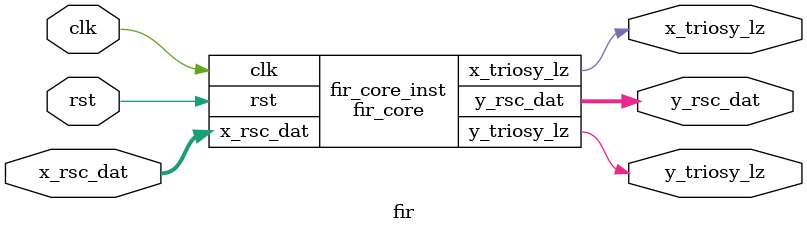
<source format=v>


module ccs_out_v1 (dat, idat);

  parameter integer rscid = 1;
  parameter integer width = 8;

  output   [width-1:0] dat;
  input    [width-1:0] idat;

  wire     [width-1:0] dat;

  assign dat = idat;

endmodule




//------> /eda/mentor/Siemens_EDA/Catapult_Synthesis_2023.1_2/Mgc_home/pkgs/siflibs/ccs_in_v1.v 
//------------------------------------------------------------------------------
// Catapult Synthesis - Sample I/O Port Library
//
// Copyright (c) 2003-2017 Mentor Graphics Corp.
//       All Rights Reserved
//
// This document may be used and distributed without restriction provided that
// this copyright statement is not removed from the file and that any derivative
// work contains this copyright notice.
//
// The design information contained in this file is intended to be an example
// of the functionality which the end user may study in preparation for creating
// their own custom interfaces. This design does not necessarily present a 
// complete implementation of the named protocol or standard.
//
//------------------------------------------------------------------------------


module ccs_in_v1 (idat, dat);

  parameter integer rscid = 1;
  parameter integer width = 8;

  output [width-1:0] idat;
  input  [width-1:0] dat;

  wire   [width-1:0] idat;

  assign idat = dat;

endmodule


//------> /eda/mentor/Siemens_EDA/Catapult_Synthesis_2023.1_2/Mgc_home/pkgs/siflibs/mgc_io_sync_v2.v 
//------------------------------------------------------------------------------
// Catapult Synthesis - Sample I/O Port Library
//
// Copyright (c) 2003-2017 Mentor Graphics Corp.
//       All Rights Reserved
//
// This document may be used and distributed without restriction provided that
// this copyright statement is not removed from the file and that any derivative
// work contains this copyright notice.
//
// The design information contained in this file is intended to be an example
// of the functionality which the end user may study in preparation for creating
// their own custom interfaces. This design does not necessarily present a 
// complete implementation of the named protocol or standard.
//
//------------------------------------------------------------------------------


module mgc_io_sync_v2 (ld, lz);
    parameter valid = 0;

    input  ld;
    output lz;

    wire   lz;

    assign lz = ld;

endmodule


//------> ../td_ccore_solutions/ROM_1i4_1o8_61aabc893f7aad8730a2695a2c5e7b36ba_0/rtl.v 
// ----------------------------------------------------------------------
//  HLS HDL:        Verilog Netlister
//  HLS Version:    2023.1_2/1049935 Production Release
//  HLS Date:       Sat Jun 10 10:53:51 PDT 2023
// 
//  Generated by:   jgg8979@hansolo.poly.edu
//  Generated date: Tue Dec 10 12:01:17 2024
// ----------------------------------------------------------------------

// 
// ------------------------------------------------------------------
//  Design Unit:    ROM_1i4_1o8_61aabc893f7aad8730a2695a2c5e7b36ba
// ------------------------------------------------------------------


module ROM_1i4_1o8_61aabc893f7aad8730a2695a2c5e7b36ba (
  I_1, O_1
);
  input [3:0] I_1;
  output [7:0] O_1;



  // Interconnect Declarations for Component Instantiations 
  assign O_1 = MUX_v_8_16_2x0(8'b00000000, 8'b00101110, 8'b00000000, 8'b10110101,
      8'b00000000, 8'b01111101, 8'b00000000, 8'b10110101, 8'b00000000, 8'b00101110,
      8'b00000000, 8'b11110100, 8'b00000000, 8'b00000000, 8'b00000000, I_1);

  function automatic [7:0] MUX_v_8_16_2x0;
    input [7:0] input_1;
    input [7:0] input_2;
    input [7:0] input_3;
    input [7:0] input_4;
    input [7:0] input_5;
    input [7:0] input_6;
    input [7:0] input_7;
    input [7:0] input_8;
    input [7:0] input_9;
    input [7:0] input_10;
    input [7:0] input_11;
    input [7:0] input_12;
    input [7:0] input_13;
    input [7:0] input_14;
    input [7:0] input_15;
    input [3:0] sel;
    reg [7:0] result;
  begin
    case (sel)
      4'b0001 : begin
        result = input_1;
      end
      4'b0010 : begin
        result = input_2;
      end
      4'b0011 : begin
        result = input_3;
      end
      4'b0100 : begin
        result = input_4;
      end
      4'b0101 : begin
        result = input_5;
      end
      4'b0110 : begin
        result = input_6;
      end
      4'b0111 : begin
        result = input_7;
      end
      4'b1000 : begin
        result = input_8;
      end
      4'b1001 : begin
        result = input_9;
      end
      4'b1010 : begin
        result = input_10;
      end
      4'b1011 : begin
        result = input_11;
      end
      4'b1100 : begin
        result = input_12;
      end
      4'b1101 : begin
        result = input_13;
      end
      4'b1110 : begin
        result = input_14;
      end
      default : begin
        result = input_15;
      end
    endcase
    MUX_v_8_16_2x0 = result;
  end
  endfunction

endmodule




//------> ../td_ccore_solutions/ROM_1i4_1o2_ab69eb043606de84137f91d54a43d592ba_0/rtl.v 
// ----------------------------------------------------------------------
//  HLS HDL:        Verilog Netlister
//  HLS Version:    2023.1_2/1049935 Production Release
//  HLS Date:       Sat Jun 10 10:53:51 PDT 2023
// 
//  Generated by:   jgg8979@hansolo.poly.edu
//  Generated date: Tue Dec 10 12:01:19 2024
// ----------------------------------------------------------------------

// 
// ------------------------------------------------------------------
//  Design Unit:    ROM_1i4_1o2_ab69eb043606de84137f91d54a43d592ba
// ------------------------------------------------------------------


module ROM_1i4_1o2_ab69eb043606de84137f91d54a43d592ba (
  I_1, O_1
);
  input [3:0] I_1;
  output [1:0] O_1;



  // Interconnect Declarations for Component Instantiations 
  assign O_1 = MUX_v_2_16_2x0(2'b00, 2'b11, 2'b00, 2'b00, 2'b00, 2'b00, 2'b00, 2'b00,
      2'b00, 2'b11, 2'b00, 2'b01, 2'b00, 2'b00, 2'b00, I_1);

  function automatic [1:0] MUX_v_2_16_2x0;
    input [1:0] input_1;
    input [1:0] input_2;
    input [1:0] input_3;
    input [1:0] input_4;
    input [1:0] input_5;
    input [1:0] input_6;
    input [1:0] input_7;
    input [1:0] input_8;
    input [1:0] input_9;
    input [1:0] input_10;
    input [1:0] input_11;
    input [1:0] input_12;
    input [1:0] input_13;
    input [1:0] input_14;
    input [1:0] input_15;
    input [3:0] sel;
    reg [1:0] result;
  begin
    case (sel)
      4'b0001 : begin
        result = input_1;
      end
      4'b0010 : begin
        result = input_2;
      end
      4'b0011 : begin
        result = input_3;
      end
      4'b0100 : begin
        result = input_4;
      end
      4'b0101 : begin
        result = input_5;
      end
      4'b0110 : begin
        result = input_6;
      end
      4'b0111 : begin
        result = input_7;
      end
      4'b1000 : begin
        result = input_8;
      end
      4'b1001 : begin
        result = input_9;
      end
      4'b1010 : begin
        result = input_10;
      end
      4'b1011 : begin
        result = input_11;
      end
      4'b1100 : begin
        result = input_12;
      end
      4'b1101 : begin
        result = input_13;
      end
      4'b1110 : begin
        result = input_14;
      end
      default : begin
        result = input_15;
      end
    endcase
    MUX_v_2_16_2x0 = result;
  end
  endfunction

endmodule




//------> ./rtl.v 
// ----------------------------------------------------------------------
//  HLS HDL:        Verilog Netlister
//  HLS Version:    2023.1_2/1049935 Production Release
//  HLS Date:       Sat Jun 10 10:53:51 PDT 2023
// 
//  Generated by:   jgg8979@hansolo.poly.edu
//  Generated date: Tue Dec 10 13:01:13 2024
// ----------------------------------------------------------------------

// 
// ------------------------------------------------------------------
//  Design Unit:    fir_core_core_fsm
//  FSM Module
// ------------------------------------------------------------------


module fir_core_core_fsm (
  clk, rst, fsm_output, Shift_Accum_Loop_C_4_tr0
);
  input clk;
  input rst;
  output [6:0] fsm_output;
  reg [6:0] fsm_output;
  input Shift_Accum_Loop_C_4_tr0;


  // FSM State Type Declaration for fir_core_core_fsm_1
  parameter
    main_C_0 = 3'd0,
    Shift_Accum_Loop_C_0 = 3'd1,
    Shift_Accum_Loop_C_1 = 3'd2,
    Shift_Accum_Loop_C_2 = 3'd3,
    Shift_Accum_Loop_C_3 = 3'd4,
    Shift_Accum_Loop_C_4 = 3'd5,
    main_C_1 = 3'd6;

  reg [2:0] state_var;
  reg [2:0] state_var_NS;


  // Interconnect Declarations for Component Instantiations 
  always @(*)
  begin : fir_core_core_fsm_1
    case (state_var)
      Shift_Accum_Loop_C_0 : begin
        fsm_output = 7'b0000010;
        state_var_NS = Shift_Accum_Loop_C_1;
      end
      Shift_Accum_Loop_C_1 : begin
        fsm_output = 7'b0000100;
        state_var_NS = Shift_Accum_Loop_C_2;
      end
      Shift_Accum_Loop_C_2 : begin
        fsm_output = 7'b0001000;
        state_var_NS = Shift_Accum_Loop_C_3;
      end
      Shift_Accum_Loop_C_3 : begin
        fsm_output = 7'b0010000;
        state_var_NS = Shift_Accum_Loop_C_4;
      end
      Shift_Accum_Loop_C_4 : begin
        fsm_output = 7'b0100000;
        if ( Shift_Accum_Loop_C_4_tr0 ) begin
          state_var_NS = main_C_1;
        end
        else begin
          state_var_NS = Shift_Accum_Loop_C_0;
        end
      end
      main_C_1 : begin
        fsm_output = 7'b1000000;
        state_var_NS = main_C_0;
      end
      // main_C_0
      default : begin
        fsm_output = 7'b0000001;
        state_var_NS = Shift_Accum_Loop_C_0;
      end
    endcase
  end

  always @(posedge clk) begin
    if ( rst ) begin
      state_var <= main_C_0;
    end
    else begin
      state_var <= state_var_NS;
    end
  end

endmodule

// ------------------------------------------------------------------
//  Design Unit:    fir_core
// ------------------------------------------------------------------


module fir_core (
  clk, rst, y_rsc_dat, y_triosy_lz, x_rsc_dat, x_triosy_lz
);
  input clk;
  input rst;
  output [15:0] y_rsc_dat;
  output y_triosy_lz;
  input [7:0] x_rsc_dat;
  output x_triosy_lz;


  // Interconnect Declarations
  reg [15:0] y_rsci_idat;
  wire [7:0] x_rsci_idat;
  wire [6:0] fsm_output;
  wire [4:0] Shift_Accum_Loop_acc_1_tmp;
  wire [5:0] nl_Shift_Accum_Loop_acc_1_tmp;
  wire and_dcpl;
  wire or_tmp_3;
  reg [3:0] i_4_0_sva_3_0;
  reg i_4_0_sva_1_4;
  reg reg_x_triosy_obj_ld_cse;
  wire reg_y_and_cse;
  reg [7:0] shift_reg_0_lpi_2;
  reg [7:0] shift_reg_7_lpi_2;
  reg [7:0] shift_reg_8_lpi_2;
  reg [7:0] shift_reg_6_lpi_2;
  reg [7:0] shift_reg_9_lpi_2;
  reg [7:0] shift_reg_5_lpi_2;
  reg [7:0] shift_reg_10_lpi_2;
  reg [7:0] shift_reg_4_lpi_2;
  reg [7:0] shift_reg_11_lpi_2;
  reg [7:0] shift_reg_3_lpi_2;
  reg [7:0] shift_reg_12_lpi_2;
  reg [7:0] shift_reg_2_lpi_2;
  reg [7:0] shift_reg_13_lpi_2;
  reg [7:0] shift_reg_1_lpi_2;
  reg [7:0] shift_reg_14_lpi_2;
  reg [7:0] x_sva;
  reg [15:0] acc_15_0_sva;
  wire [8:0] Shift_Accum_Loop_if_acc_4_sdt_1;
  wire [9:0] nl_Shift_Accum_Loop_if_acc_4_sdt_1;
  wire [7:0] Shift_Accum_Loop_else_Shift_Accum_Loop_else_slc_shift_reg_8_7_0_1_cse_sva_1;
  wire [7:0] ROM_1i4_1o8_d696dcf5844c155a2ae249853341a28f2e_1;
  wire [1:0] ROM_1i4_1o2_69443db1eaa1d9e970efd8ef438226512e_1;
  wire [3:0] Shift_Accum_Loop_else_acc_1_tmp;
  wire [4:0] nl_Shift_Accum_Loop_else_acc_1_tmp;
  wire nand_cse;
  wire nor_5_cse;
  wire nand_6_cse;

  wire[15:0] Shift_Accum_Loop_else_acc_nl;
  wire[16:0] nl_Shift_Accum_Loop_else_acc_nl;
  wire[15:0] Shift_Accum_Loop_else_mux_2_nl;
  wire[15:0] operator_8_true_1_mul_1_nl;
  wire signed [18:0] nl_operator_8_true_1_mul_1_nl;
  wire[7:0] Shift_Accum_Loop_if_acc_6_nl;
  wire[8:0] nl_Shift_Accum_Loop_if_acc_6_nl;
  wire and_139_nl;
  wire not_39_nl;
  wire[3:0] Shift_Accum_Loop_mux_nl;
  wire and_19_nl;

  // Interconnect Declarations for Component Instantiations 
  ccs_out_v1 #(.rscid(32'sd1),
  .width(32'sd16)) y_rsci (
      .idat(y_rsci_idat),
      .dat(y_rsc_dat)
    );
  ccs_in_v1 #(.rscid(32'sd2),
  .width(32'sd8)) x_rsci (
      .dat(x_rsc_dat),
      .idat(x_rsci_idat)
    );
  mgc_io_sync_v2 #(.valid(32'sd0)) y_triosy_obj (
      .ld(reg_x_triosy_obj_ld_cse),
      .lz(y_triosy_lz)
    );
  mgc_io_sync_v2 #(.valid(32'sd0)) x_triosy_obj (
      .ld(reg_x_triosy_obj_ld_cse),
      .lz(x_triosy_lz)
    );
  ROM_1i4_1o8_61aabc893f7aad8730a2695a2c5e7b36ba  U_ROM_1i4_1o8_d696dcf5844c155a2ae249853341a28f2e_rg
      (
      .I_1(i_4_0_sva_3_0),
      .O_1(ROM_1i4_1o8_d696dcf5844c155a2ae249853341a28f2e_1)
    );
  ROM_1i4_1o2_ab69eb043606de84137f91d54a43d592ba  U_ROM_1i4_1o2_69443db1eaa1d9e970efd8ef438226512e_rg
      (
      .I_1(i_4_0_sva_3_0),
      .O_1(ROM_1i4_1o2_69443db1eaa1d9e970efd8ef438226512e_1)
    );
  fir_core_core_fsm fir_core_core_fsm_inst (
      .clk(clk),
      .rst(rst),
      .fsm_output(fsm_output),
      .Shift_Accum_Loop_C_4_tr0(i_4_0_sva_1_4)
    );
  assign nor_5_cse = ~((i_4_0_sva_3_0[2:1]!=2'b00));
  assign nand_cse = ~((Shift_Accum_Loop_else_acc_1_tmp[1:0]==2'b11));
  assign nand_6_cse = ~((Shift_Accum_Loop_else_acc_1_tmp[3:2]==2'b11));
  assign reg_y_and_cse = (fsm_output[5]) & i_4_0_sva_1_4;
  assign nl_Shift_Accum_Loop_if_acc_4_sdt_1 = conv_s2u_8_9(x_sva) + conv_u2u_3_9({(~
      (x_sva[7])) , (x_sva[6:5])});
  assign Shift_Accum_Loop_if_acc_4_sdt_1 = nl_Shift_Accum_Loop_if_acc_4_sdt_1[8:0];
  assign nl_Shift_Accum_Loop_else_acc_1_tmp = i_4_0_sva_3_0 + 4'b1111;
  assign Shift_Accum_Loop_else_acc_1_tmp = nl_Shift_Accum_Loop_else_acc_1_tmp[3:0];
  assign Shift_Accum_Loop_else_Shift_Accum_Loop_else_slc_shift_reg_8_7_0_1_cse_sva_1
      = MUX_v_8_15_2(shift_reg_0_lpi_2, shift_reg_1_lpi_2, shift_reg_2_lpi_2, shift_reg_3_lpi_2,
      shift_reg_4_lpi_2, shift_reg_5_lpi_2, shift_reg_6_lpi_2, shift_reg_7_lpi_2,
      shift_reg_8_lpi_2, shift_reg_9_lpi_2, shift_reg_10_lpi_2, shift_reg_11_lpi_2,
      shift_reg_12_lpi_2, shift_reg_13_lpi_2, shift_reg_14_lpi_2, Shift_Accum_Loop_else_acc_1_tmp);
  assign nl_Shift_Accum_Loop_acc_1_tmp = conv_u2s_4_5(i_4_0_sva_3_0) + 5'b11111;
  assign Shift_Accum_Loop_acc_1_tmp = nl_Shift_Accum_Loop_acc_1_tmp[4:0];
  assign and_dcpl = ~((fsm_output[6]) | (fsm_output[0]));
  assign or_tmp_3 = (fsm_output[6]) | (fsm_output[0]);
  always @(posedge clk) begin
    if ( rst ) begin
      x_sva <= 8'b00000000;
    end
    else if ( ~ and_dcpl ) begin
      x_sva <= x_rsci_idat;
    end
  end
  always @(posedge clk) begin
    if ( rst ) begin
      acc_15_0_sva <= 16'b0000000000000000;
    end
    else if ( (fsm_output[0]) | (fsm_output[6]) | (fsm_output[1]) ) begin
      acc_15_0_sva <= MUX_v_16_2_2(16'b0000000000000000, Shift_Accum_Loop_else_acc_nl,
          not_39_nl);
    end
  end
  always @(posedge clk) begin
    if ( rst ) begin
      i_4_0_sva_3_0 <= 4'b0000;
      reg_x_triosy_obj_ld_cse <= 1'b0;
    end
    else begin
      i_4_0_sva_3_0 <= MUX_v_4_2_2(Shift_Accum_Loop_mux_nl, 4'b1111, or_tmp_3);
      reg_x_triosy_obj_ld_cse <= reg_y_and_cse;
    end
  end
  always @(posedge clk) begin
    if ( rst ) begin
      shift_reg_0_lpi_2 <= 8'b00000000;
    end
    else if ( (i_4_0_sva_3_0==4'b0000) & (fsm_output[1]) ) begin
      shift_reg_0_lpi_2 <= x_sva;
    end
  end
  always @(posedge clk) begin
    if ( rst ) begin
      shift_reg_1_lpi_2 <= 8'b00000000;
    end
    else if ( ((Shift_Accum_Loop_else_acc_1_tmp!=4'b0001)) & (i_4_0_sva_3_0[0]) &
        nor_5_cse & (fsm_output[1]) & (~ (i_4_0_sva_3_0[3])) ) begin
      shift_reg_1_lpi_2 <= Shift_Accum_Loop_else_Shift_Accum_Loop_else_slc_shift_reg_8_7_0_1_cse_sva_1;
    end
  end
  always @(posedge clk) begin
    if ( rst ) begin
      shift_reg_2_lpi_2 <= 8'b00000000;
    end
    else if ( (~((~((Shift_Accum_Loop_else_acc_1_tmp!=4'b0010))) | (i_4_0_sva_3_0[0])))
        & (i_4_0_sva_3_0[2:1]==2'b01) & (fsm_output[1]) & (~ (i_4_0_sva_3_0[3]))
        ) begin
      shift_reg_2_lpi_2 <= Shift_Accum_Loop_else_Shift_Accum_Loop_else_slc_shift_reg_8_7_0_1_cse_sva_1;
    end
  end
  always @(posedge clk) begin
    if ( rst ) begin
      shift_reg_3_lpi_2 <= 8'b00000000;
    end
    else if ( ((Shift_Accum_Loop_else_acc_1_tmp[3:2]!=2'b00) | nand_cse) & (i_4_0_sva_3_0[2:0]==3'b011)
        & (fsm_output[1]) & (~ (i_4_0_sva_3_0[3])) ) begin
      shift_reg_3_lpi_2 <= Shift_Accum_Loop_else_Shift_Accum_Loop_else_slc_shift_reg_8_7_0_1_cse_sva_1;
    end
  end
  always @(posedge clk) begin
    if ( rst ) begin
      shift_reg_4_lpi_2 <= 8'b00000000;
    end
    else if ( (~((~((Shift_Accum_Loop_else_acc_1_tmp!=4'b0100))) | (i_4_0_sva_3_0[0])))
        & (i_4_0_sva_3_0[2:1]==2'b10) & (fsm_output[1]) & (~ (i_4_0_sva_3_0[3]))
        ) begin
      shift_reg_4_lpi_2 <= Shift_Accum_Loop_else_Shift_Accum_Loop_else_slc_shift_reg_8_7_0_1_cse_sva_1;
    end
  end
  always @(posedge clk) begin
    if ( rst ) begin
      shift_reg_5_lpi_2 <= 8'b00000000;
    end
    else if ( ((Shift_Accum_Loop_else_acc_1_tmp!=4'b0101)) & (i_4_0_sva_3_0[2:0]==3'b101)
        & (fsm_output[1]) & (~ (i_4_0_sva_3_0[3])) ) begin
      shift_reg_5_lpi_2 <= Shift_Accum_Loop_else_Shift_Accum_Loop_else_slc_shift_reg_8_7_0_1_cse_sva_1;
    end
  end
  always @(posedge clk) begin
    if ( rst ) begin
      shift_reg_6_lpi_2 <= 8'b00000000;
    end
    else if ( (~((~((Shift_Accum_Loop_else_acc_1_tmp!=4'b0110))) | (i_4_0_sva_3_0[0])))
        & (i_4_0_sva_3_0[2:1]==2'b11) & (fsm_output[1]) & (~ (i_4_0_sva_3_0[3]))
        ) begin
      shift_reg_6_lpi_2 <= Shift_Accum_Loop_else_Shift_Accum_Loop_else_slc_shift_reg_8_7_0_1_cse_sva_1;
    end
  end
  always @(posedge clk) begin
    if ( rst ) begin
      shift_reg_7_lpi_2 <= 8'b00000000;
    end
    else if ( ((Shift_Accum_Loop_else_acc_1_tmp[3:2]!=2'b01) | nand_cse) & (i_4_0_sva_3_0[2:0]==3'b111)
        & (fsm_output[1]) & (~ (i_4_0_sva_3_0[3])) ) begin
      shift_reg_7_lpi_2 <= Shift_Accum_Loop_else_Shift_Accum_Loop_else_slc_shift_reg_8_7_0_1_cse_sva_1;
    end
  end
  always @(posedge clk) begin
    if ( rst ) begin
      shift_reg_8_lpi_2 <= 8'b00000000;
    end
    else if ( (~((~((Shift_Accum_Loop_else_acc_1_tmp!=4'b1000))) | (i_4_0_sva_3_0[0])))
        & nor_5_cse & (fsm_output[1]) & (i_4_0_sva_3_0[3]) ) begin
      shift_reg_8_lpi_2 <= Shift_Accum_Loop_else_Shift_Accum_Loop_else_slc_shift_reg_8_7_0_1_cse_sva_1;
    end
  end
  always @(posedge clk) begin
    if ( rst ) begin
      shift_reg_9_lpi_2 <= 8'b00000000;
    end
    else if ( ((Shift_Accum_Loop_else_acc_1_tmp!=4'b1001)) & (i_4_0_sva_3_0[0]) &
        nor_5_cse & (fsm_output[1]) & (i_4_0_sva_3_0[3]) ) begin
      shift_reg_9_lpi_2 <= Shift_Accum_Loop_else_Shift_Accum_Loop_else_slc_shift_reg_8_7_0_1_cse_sva_1;
    end
  end
  always @(posedge clk) begin
    if ( rst ) begin
      shift_reg_10_lpi_2 <= 8'b00000000;
    end
    else if ( (~((~((Shift_Accum_Loop_else_acc_1_tmp!=4'b1010))) | (i_4_0_sva_3_0[0])))
        & (i_4_0_sva_3_0[2:1]==2'b01) & (fsm_output[1]) & (i_4_0_sva_3_0[3]) ) begin
      shift_reg_10_lpi_2 <= Shift_Accum_Loop_else_Shift_Accum_Loop_else_slc_shift_reg_8_7_0_1_cse_sva_1;
    end
  end
  always @(posedge clk) begin
    if ( rst ) begin
      shift_reg_11_lpi_2 <= 8'b00000000;
    end
    else if ( ((Shift_Accum_Loop_else_acc_1_tmp[3:2]!=2'b10) | nand_cse) & (i_4_0_sva_3_0[2:0]==3'b011)
        & (fsm_output[1]) & (i_4_0_sva_3_0[3]) ) begin
      shift_reg_11_lpi_2 <= Shift_Accum_Loop_else_Shift_Accum_Loop_else_slc_shift_reg_8_7_0_1_cse_sva_1;
    end
  end
  always @(posedge clk) begin
    if ( rst ) begin
      shift_reg_12_lpi_2 <= 8'b00000000;
    end
    else if ( (~((~(nand_6_cse | (Shift_Accum_Loop_else_acc_1_tmp[1:0]!=2'b00)))
        | (i_4_0_sva_3_0[0]))) & (i_4_0_sva_3_0[2:1]==2'b10) & (fsm_output[1]) &
        (i_4_0_sva_3_0[3]) ) begin
      shift_reg_12_lpi_2 <= Shift_Accum_Loop_else_Shift_Accum_Loop_else_slc_shift_reg_8_7_0_1_cse_sva_1;
    end
  end
  always @(posedge clk) begin
    if ( rst ) begin
      shift_reg_13_lpi_2 <= 8'b00000000;
    end
    else if ( (nand_6_cse | (Shift_Accum_Loop_else_acc_1_tmp[1:0]!=2'b01)) & (i_4_0_sva_3_0[2:0]==3'b101)
        & (fsm_output[1]) & (i_4_0_sva_3_0[3]) ) begin
      shift_reg_13_lpi_2 <= Shift_Accum_Loop_else_Shift_Accum_Loop_else_slc_shift_reg_8_7_0_1_cse_sva_1;
    end
  end
  always @(posedge clk) begin
    if ( rst ) begin
      shift_reg_14_lpi_2 <= 8'b00000000;
    end
    else if ( (~((~(nand_6_cse | (Shift_Accum_Loop_else_acc_1_tmp[1:0]!=2'b10)))
        | (i_4_0_sva_3_0[0]))) & (i_4_0_sva_3_0[2:1]==2'b11) & (fsm_output[1]) &
        (i_4_0_sva_3_0[3]) ) begin
      shift_reg_14_lpi_2 <= Shift_Accum_Loop_else_Shift_Accum_Loop_else_slc_shift_reg_8_7_0_1_cse_sva_1;
    end
  end
  always @(posedge clk) begin
    if ( rst ) begin
      y_rsci_idat <= 16'b0000000000000000;
    end
    else if ( reg_y_and_cse ) begin
      y_rsci_idat <= acc_15_0_sva;
    end
  end
  always @(posedge clk) begin
    if ( rst ) begin
      i_4_0_sva_1_4 <= 1'b0;
    end
    else if ( fsm_output[1] ) begin
      i_4_0_sva_1_4 <= Shift_Accum_Loop_acc_1_tmp[4];
    end
  end
  assign nl_operator_8_true_1_mul_1_nl = $signed(Shift_Accum_Loop_else_Shift_Accum_Loop_else_slc_shift_reg_8_7_0_1_cse_sva_1)
      * $signed(({ROM_1i4_1o8_d696dcf5844c155a2ae249853341a28f2e_1 , 1'b0 , ROM_1i4_1o2_69443db1eaa1d9e970efd8ef438226512e_1}));
  assign operator_8_true_1_mul_1_nl = nl_operator_8_true_1_mul_1_nl[15:0];
  assign nl_Shift_Accum_Loop_if_acc_6_nl = (~ x_sva) + conv_s2s_7_8(Shift_Accum_Loop_if_acc_4_sdt_1[8:2]);
  assign Shift_Accum_Loop_if_acc_6_nl = nl_Shift_Accum_Loop_if_acc_6_nl[7:0];
  assign and_139_nl = (i_4_0_sva_3_0==4'b0000) & (fsm_output[1]);
  assign Shift_Accum_Loop_else_mux_2_nl = MUX_v_16_2_2(operator_8_true_1_mul_1_nl,
      (signext_16_15({Shift_Accum_Loop_if_acc_6_nl , (Shift_Accum_Loop_if_acc_4_sdt_1[1:0])
      , (x_sva[4:0])})), and_139_nl);
  assign nl_Shift_Accum_Loop_else_acc_nl = acc_15_0_sva + Shift_Accum_Loop_else_mux_2_nl;
  assign Shift_Accum_Loop_else_acc_nl = nl_Shift_Accum_Loop_else_acc_nl[15:0];
  assign not_39_nl = ~ or_tmp_3;
  assign and_19_nl = and_dcpl & (~ (fsm_output[1]));
  assign Shift_Accum_Loop_mux_nl = MUX_v_4_2_2((Shift_Accum_Loop_acc_1_tmp[3:0]),
      i_4_0_sva_3_0, and_19_nl);

  function automatic [15:0] MUX_v_16_2_2;
    input [15:0] input_0;
    input [15:0] input_1;
    input  sel;
    reg [15:0] result;
  begin
    case (sel)
      1'b0 : begin
        result = input_0;
      end
      default : begin
        result = input_1;
      end
    endcase
    MUX_v_16_2_2 = result;
  end
  endfunction


  function automatic [3:0] MUX_v_4_2_2;
    input [3:0] input_0;
    input [3:0] input_1;
    input  sel;
    reg [3:0] result;
  begin
    case (sel)
      1'b0 : begin
        result = input_0;
      end
      default : begin
        result = input_1;
      end
    endcase
    MUX_v_4_2_2 = result;
  end
  endfunction


  function automatic [7:0] MUX_v_8_15_2;
    input [7:0] input_0;
    input [7:0] input_1;
    input [7:0] input_2;
    input [7:0] input_3;
    input [7:0] input_4;
    input [7:0] input_5;
    input [7:0] input_6;
    input [7:0] input_7;
    input [7:0] input_8;
    input [7:0] input_9;
    input [7:0] input_10;
    input [7:0] input_11;
    input [7:0] input_12;
    input [7:0] input_13;
    input [7:0] input_14;
    input [3:0] sel;
    reg [7:0] result;
  begin
    case (sel)
      4'b0000 : begin
        result = input_0;
      end
      4'b0001 : begin
        result = input_1;
      end
      4'b0010 : begin
        result = input_2;
      end
      4'b0011 : begin
        result = input_3;
      end
      4'b0100 : begin
        result = input_4;
      end
      4'b0101 : begin
        result = input_5;
      end
      4'b0110 : begin
        result = input_6;
      end
      4'b0111 : begin
        result = input_7;
      end
      4'b1000 : begin
        result = input_8;
      end
      4'b1001 : begin
        result = input_9;
      end
      4'b1010 : begin
        result = input_10;
      end
      4'b1011 : begin
        result = input_11;
      end
      4'b1100 : begin
        result = input_12;
      end
      4'b1101 : begin
        result = input_13;
      end
      default : begin
        result = input_14;
      end
    endcase
    MUX_v_8_15_2 = result;
  end
  endfunction


  function automatic [15:0] signext_16_15;
    input [14:0] vector;
  begin
    signext_16_15= {{1{vector[14]}}, vector};
  end
  endfunction


  function automatic [7:0] conv_s2s_7_8 ;
    input [6:0]  vector ;
  begin
    conv_s2s_7_8 = {vector[6], vector};
  end
  endfunction


  function automatic [8:0] conv_s2u_8_9 ;
    input [7:0]  vector ;
  begin
    conv_s2u_8_9 = {vector[7], vector};
  end
  endfunction


  function automatic [4:0] conv_u2s_4_5 ;
    input [3:0]  vector ;
  begin
    conv_u2s_4_5 =  {1'b0, vector};
  end
  endfunction


  function automatic [8:0] conv_u2u_3_9 ;
    input [2:0]  vector ;
  begin
    conv_u2u_3_9 = {{6{1'b0}}, vector};
  end
  endfunction

endmodule

// ------------------------------------------------------------------
//  Design Unit:    fir
// ------------------------------------------------------------------


module fir (
  clk, rst, y_rsc_dat, y_triosy_lz, x_rsc_dat, x_triosy_lz
);
  input clk;
  input rst;
  output [15:0] y_rsc_dat;
  output y_triosy_lz;
  input [7:0] x_rsc_dat;
  output x_triosy_lz;



  // Interconnect Declarations for Component Instantiations 
  fir_core fir_core_inst (
      .clk(clk),
      .rst(rst),
      .y_rsc_dat(y_rsc_dat),
      .y_triosy_lz(y_triosy_lz),
      .x_rsc_dat(x_rsc_dat),
      .x_triosy_lz(x_triosy_lz)
    );
endmodule




</source>
